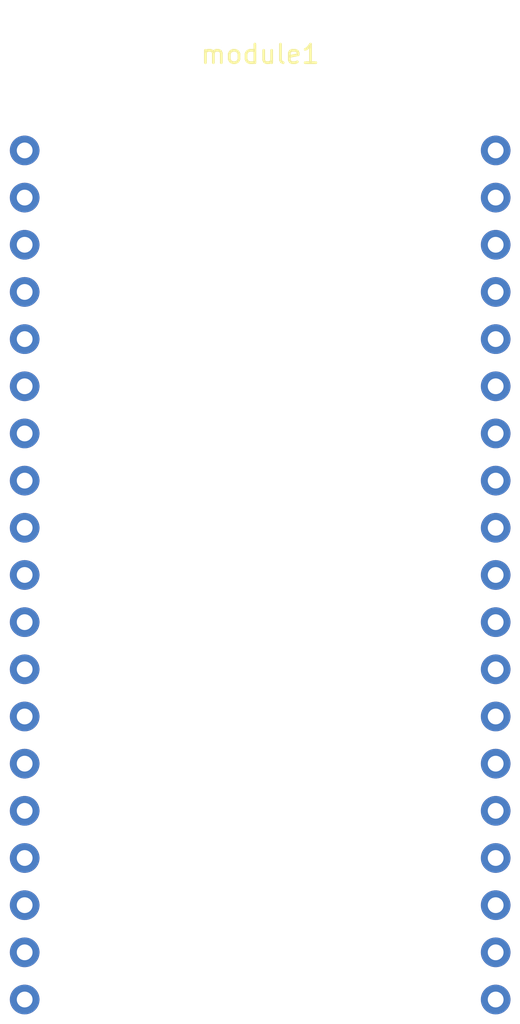
<source format=kicad_pcb>
(kicad_pcb (version 20171130) (host pcbnew "(5.1.6)-1")

  (general
    (thickness 1.6)
    (drawings 0)
    (tracks 0)
    (zones 0)
    (modules 1)
    (nets 39)
  )

  (page A4)
  (layers
    (0 F.Cu signal)
    (31 B.Cu signal)
    (32 B.Adhes user)
    (33 F.Adhes user)
    (34 B.Paste user)
    (35 F.Paste user)
    (36 B.SilkS user)
    (37 F.SilkS user)
    (38 B.Mask user)
    (39 F.Mask user)
    (40 Dwgs.User user)
    (41 Cmts.User user)
    (42 Eco1.User user)
    (43 Eco2.User user)
    (44 Edge.Cuts user)
    (45 Margin user)
    (46 B.CrtYd user)
    (47 F.CrtYd user)
    (48 B.Fab user)
    (49 F.Fab user)
  )

  (setup
    (last_trace_width 0.25)
    (trace_clearance 0.2)
    (zone_clearance 0.508)
    (zone_45_only no)
    (trace_min 0.2)
    (via_size 0.8)
    (via_drill 0.4)
    (via_min_size 0.4)
    (via_min_drill 0.3)
    (uvia_size 0.3)
    (uvia_drill 0.1)
    (uvias_allowed no)
    (uvia_min_size 0.2)
    (uvia_min_drill 0.1)
    (edge_width 0.05)
    (segment_width 0.2)
    (pcb_text_width 0.3)
    (pcb_text_size 1.5 1.5)
    (mod_edge_width 0.12)
    (mod_text_size 1 1)
    (mod_text_width 0.15)
    (pad_size 1.524 1.524)
    (pad_drill 0.762)
    (pad_to_mask_clearance 0.05)
    (aux_axis_origin 0 0)
    (visible_elements FFFFFF7F)
    (pcbplotparams
      (layerselection 0x010fc_ffffffff)
      (usegerberextensions false)
      (usegerberattributes true)
      (usegerberadvancedattributes true)
      (creategerberjobfile true)
      (excludeedgelayer true)
      (linewidth 0.100000)
      (plotframeref false)
      (viasonmask false)
      (mode 1)
      (useauxorigin false)
      (hpglpennumber 1)
      (hpglpenspeed 20)
      (hpglpendiameter 15.000000)
      (psnegative false)
      (psa4output false)
      (plotreference true)
      (plotvalue true)
      (plotinvisibletext false)
      (padsonsilk false)
      (subtractmaskfromsilk false)
      (outputformat 1)
      (mirror false)
      (drillshape 1)
      (scaleselection 1)
      (outputdirectory ""))
  )

  (net 0 "")
  (net 1 "Net-(module1-Pad38)")
  (net 2 "Net-(module1-Pad37)")
  (net 3 "Net-(module1-Pad36)")
  (net 4 "Net-(module1-Pad35)")
  (net 5 "Net-(module1-Pad34)")
  (net 6 "Net-(module1-Pad33)")
  (net 7 "Net-(module1-Pad32)")
  (net 8 "Net-(module1-Pad31)")
  (net 9 "Net-(module1-Pad30)")
  (net 10 "Net-(module1-Pad29)")
  (net 11 "Net-(module1-Pad28)")
  (net 12 "Net-(module1-Pad27)")
  (net 13 "Net-(module1-Pad26)")
  (net 14 "Net-(module1-Pad25)")
  (net 15 "Net-(module1-Pad24)")
  (net 16 "Net-(module1-Pad23)")
  (net 17 "Net-(module1-Pad22)")
  (net 18 "Net-(module1-Pad21)")
  (net 19 "Net-(module1-Pad20)")
  (net 20 "Net-(module1-Pad19)")
  (net 21 "Net-(module1-Pad18)")
  (net 22 "Net-(module1-Pad17)")
  (net 23 "Net-(module1-Pad16)")
  (net 24 "Net-(module1-Pad15)")
  (net 25 "Net-(module1-Pad14)")
  (net 26 "Net-(module1-Pad13)")
  (net 27 "Net-(module1-Pad12)")
  (net 28 "Net-(module1-Pad11)")
  (net 29 "Net-(module1-Pad10)")
  (net 30 "Net-(module1-Pad9)")
  (net 31 "Net-(module1-Pad8)")
  (net 32 "Net-(module1-Pad7)")
  (net 33 "Net-(module1-Pad6)")
  (net 34 "Net-(module1-Pad5)")
  (net 35 "Net-(module1-Pad4)")
  (net 36 "Net-(module1-Pad3)")
  (net 37 "Net-(module1-Pad2)")
  (net 38 "Net-(module1-Pad1)")

  (net_class Default "This is the default net class."
    (clearance 0.2)
    (trace_width 0.25)
    (via_dia 0.8)
    (via_drill 0.4)
    (uvia_dia 0.3)
    (uvia_drill 0.1)
    (add_net "Net-(module1-Pad1)")
    (add_net "Net-(module1-Pad10)")
    (add_net "Net-(module1-Pad11)")
    (add_net "Net-(module1-Pad12)")
    (add_net "Net-(module1-Pad13)")
    (add_net "Net-(module1-Pad14)")
    (add_net "Net-(module1-Pad15)")
    (add_net "Net-(module1-Pad16)")
    (add_net "Net-(module1-Pad17)")
    (add_net "Net-(module1-Pad18)")
    (add_net "Net-(module1-Pad19)")
    (add_net "Net-(module1-Pad2)")
    (add_net "Net-(module1-Pad20)")
    (add_net "Net-(module1-Pad21)")
    (add_net "Net-(module1-Pad22)")
    (add_net "Net-(module1-Pad23)")
    (add_net "Net-(module1-Pad24)")
    (add_net "Net-(module1-Pad25)")
    (add_net "Net-(module1-Pad26)")
    (add_net "Net-(module1-Pad27)")
    (add_net "Net-(module1-Pad28)")
    (add_net "Net-(module1-Pad29)")
    (add_net "Net-(module1-Pad3)")
    (add_net "Net-(module1-Pad30)")
    (add_net "Net-(module1-Pad31)")
    (add_net "Net-(module1-Pad32)")
    (add_net "Net-(module1-Pad33)")
    (add_net "Net-(module1-Pad34)")
    (add_net "Net-(module1-Pad35)")
    (add_net "Net-(module1-Pad36)")
    (add_net "Net-(module1-Pad37)")
    (add_net "Net-(module1-Pad38)")
    (add_net "Net-(module1-Pad4)")
    (add_net "Net-(module1-Pad5)")
    (add_net "Net-(module1-Pad6)")
    (add_net "Net-(module1-Pad7)")
    (add_net "Net-(module1-Pad8)")
    (add_net "Net-(module1-Pad9)")
  )

  (module eMKa_ESP32:ESP32-DEVKITC-32D (layer F.Cu) (tedit 5FAD529A) (tstamp 5FADCEAF)
    (at 147.5 95)
    (path /5FADA0B6)
    (fp_text reference module1 (at 0 -28.04) (layer F.SilkS)
      (effects (font (size 1 1) (thickness 0.15)))
    )
    (fp_text value ESP32-DEVKITC-32D (at 0 -29.83) (layer F.Fab)
      (effects (font (size 1 1) (thickness 0.15)))
    )
    (fp_line (start -13.97 -24.13) (end -13.97 24.13) (layer F.CrtYd) (width 0.12))
    (fp_line (start -13.97 24.13) (end -11.43 24.13) (layer F.CrtYd) (width 0.12))
    (fp_line (start -11.43 24.13) (end -11.43 -24.13) (layer F.CrtYd) (width 0.12))
    (fp_line (start -11.43 -24.13) (end -13.97 -24.13) (layer F.CrtYd) (width 0.12))
    (fp_line (start 11.43 -24.13) (end 13.97 -24.13) (layer F.CrtYd) (width 0.12))
    (fp_line (start 13.97 -24.13) (end 13.97 24.13) (layer F.CrtYd) (width 0.12))
    (fp_line (start 13.97 24.13) (end 11.43 24.13) (layer F.CrtYd) (width 0.12))
    (fp_line (start 11.43 24.13) (end 11.43 -24.13) (layer F.CrtYd) (width 0.12))
    (fp_line (start -13.95 -24.1) (end -9 -24.1) (layer F.Fab) (width 0.12))
    (fp_line (start -9 -24.1) (end -9 -30.9) (layer F.Fab) (width 0.12))
    (fp_line (start -9 -30.9) (end 9 -30.9) (layer F.Fab) (width 0.12))
    (fp_line (start 9 -30.9) (end 9 -24.1) (layer F.Fab) (width 0.12))
    (fp_line (start 9 -24.1) (end 13.95 -24.1) (layer F.Fab) (width 0.12))
    (fp_line (start 13.95 -24.1) (end 13.95 24.1) (layer F.Fab) (width 0.12))
    (fp_line (start 13.95 24.1) (end -13.95 24.1) (layer F.Fab) (width 0.12))
    (fp_line (start -13.95 24.1) (end -13.95 -24.1) (layer F.Fab) (width 0.12))
    (pad 38 thru_hole circle (at 12.7 -22.86) (size 1.6 1.6) (drill 0.85) (layers *.Cu *.Mask)
      (net 1 "Net-(module1-Pad38)"))
    (pad 37 thru_hole circle (at 12.7 -20.32) (size 1.6 1.6) (drill 0.85) (layers *.Cu *.Mask)
      (net 2 "Net-(module1-Pad37)"))
    (pad 36 thru_hole circle (at 12.7 -17.78) (size 1.6 1.6) (drill 0.85) (layers *.Cu *.Mask)
      (net 3 "Net-(module1-Pad36)"))
    (pad 35 thru_hole circle (at 12.7 -15.24) (size 1.6 1.6) (drill 0.85) (layers *.Cu *.Mask)
      (net 4 "Net-(module1-Pad35)"))
    (pad 34 thru_hole circle (at 12.7 -12.7) (size 1.6 1.6) (drill 0.85) (layers *.Cu *.Mask)
      (net 5 "Net-(module1-Pad34)"))
    (pad 33 thru_hole circle (at 12.7 -10.16) (size 1.6 1.6) (drill 0.85) (layers *.Cu *.Mask)
      (net 6 "Net-(module1-Pad33)"))
    (pad 32 thru_hole circle (at 12.7 -7.62) (size 1.6 1.6) (drill 0.85) (layers *.Cu *.Mask)
      (net 7 "Net-(module1-Pad32)"))
    (pad 31 thru_hole circle (at 12.7 -5.08) (size 1.6 1.6) (drill 0.85) (layers *.Cu *.Mask)
      (net 8 "Net-(module1-Pad31)"))
    (pad 30 thru_hole circle (at 12.7 -2.54) (size 1.6 1.6) (drill 0.85) (layers *.Cu *.Mask)
      (net 9 "Net-(module1-Pad30)"))
    (pad 29 thru_hole circle (at 12.7 0) (size 1.6 1.6) (drill 0.85) (layers *.Cu *.Mask)
      (net 10 "Net-(module1-Pad29)"))
    (pad 28 thru_hole circle (at 12.7 2.54) (size 1.6 1.6) (drill 0.85) (layers *.Cu *.Mask)
      (net 11 "Net-(module1-Pad28)"))
    (pad 27 thru_hole circle (at 12.7 5.08) (size 1.6 1.6) (drill 0.85) (layers *.Cu *.Mask)
      (net 12 "Net-(module1-Pad27)"))
    (pad 26 thru_hole circle (at 12.7 7.62) (size 1.6 1.6) (drill 0.85) (layers *.Cu *.Mask)
      (net 13 "Net-(module1-Pad26)"))
    (pad 25 thru_hole circle (at 12.7 10.16) (size 1.6 1.6) (drill 0.85) (layers *.Cu *.Mask)
      (net 14 "Net-(module1-Pad25)"))
    (pad 24 thru_hole circle (at 12.7 12.7) (size 1.6 1.6) (drill 0.85) (layers *.Cu *.Mask)
      (net 15 "Net-(module1-Pad24)"))
    (pad 23 thru_hole circle (at 12.7 15.24) (size 1.6 1.6) (drill 0.85) (layers *.Cu *.Mask)
      (net 16 "Net-(module1-Pad23)"))
    (pad 22 thru_hole circle (at 12.7 17.78) (size 1.6 1.6) (drill 0.85) (layers *.Cu *.Mask)
      (net 17 "Net-(module1-Pad22)"))
    (pad 21 thru_hole circle (at 12.7 20.32) (size 1.6 1.6) (drill 0.85) (layers *.Cu *.Mask)
      (net 18 "Net-(module1-Pad21)"))
    (pad 20 thru_hole circle (at 12.7 22.86) (size 1.6 1.6) (drill 0.85) (layers *.Cu *.Mask)
      (net 19 "Net-(module1-Pad20)"))
    (pad 19 thru_hole circle (at -12.7 22.86) (size 1.6 1.6) (drill 0.85) (layers *.Cu *.Mask)
      (net 20 "Net-(module1-Pad19)"))
    (pad 18 thru_hole circle (at -12.7 20.32) (size 1.6 1.6) (drill 0.85) (layers *.Cu *.Mask)
      (net 21 "Net-(module1-Pad18)"))
    (pad 17 thru_hole circle (at -12.7 17.78) (size 1.6 1.6) (drill 0.85) (layers *.Cu *.Mask)
      (net 22 "Net-(module1-Pad17)"))
    (pad 16 thru_hole circle (at -12.7 15.24) (size 1.6 1.6) (drill 0.85) (layers *.Cu *.Mask)
      (net 23 "Net-(module1-Pad16)"))
    (pad 15 thru_hole circle (at -12.7 12.7) (size 1.6 1.6) (drill 0.85) (layers *.Cu *.Mask)
      (net 24 "Net-(module1-Pad15)"))
    (pad 14 thru_hole circle (at -12.7 10.16) (size 1.6 1.6) (drill 0.85) (layers *.Cu *.Mask)
      (net 25 "Net-(module1-Pad14)"))
    (pad 13 thru_hole circle (at -12.7 7.62) (size 1.6 1.6) (drill 0.85) (layers *.Cu *.Mask)
      (net 26 "Net-(module1-Pad13)"))
    (pad 12 thru_hole circle (at -12.7 5.08) (size 1.6 1.6) (drill 0.85) (layers *.Cu *.Mask)
      (net 27 "Net-(module1-Pad12)"))
    (pad 11 thru_hole circle (at -12.7 2.54) (size 1.6 1.6) (drill 0.85) (layers *.Cu *.Mask)
      (net 28 "Net-(module1-Pad11)"))
    (pad 10 thru_hole circle (at -12.7 0) (size 1.6 1.6) (drill 0.85) (layers *.Cu *.Mask)
      (net 29 "Net-(module1-Pad10)"))
    (pad 9 thru_hole circle (at -12.7 -2.54) (size 1.6 1.6) (drill 0.85) (layers *.Cu *.Mask)
      (net 30 "Net-(module1-Pad9)"))
    (pad 8 thru_hole circle (at -12.7 -5.08) (size 1.6 1.6) (drill 0.85) (layers *.Cu *.Mask)
      (net 31 "Net-(module1-Pad8)"))
    (pad 7 thru_hole circle (at -12.7 -7.62) (size 1.6 1.6) (drill 0.85) (layers *.Cu *.Mask)
      (net 32 "Net-(module1-Pad7)"))
    (pad 6 thru_hole circle (at -12.7 -10.16) (size 1.6 1.6) (drill 0.85) (layers *.Cu *.Mask)
      (net 33 "Net-(module1-Pad6)"))
    (pad 5 thru_hole circle (at -12.7 -12.7) (size 1.6 1.6) (drill 0.85) (layers *.Cu *.Mask)
      (net 34 "Net-(module1-Pad5)"))
    (pad 4 thru_hole circle (at -12.7 -15.24) (size 1.6 1.6) (drill 0.85) (layers *.Cu *.Mask)
      (net 35 "Net-(module1-Pad4)"))
    (pad 3 thru_hole circle (at -12.7 -17.78) (size 1.6 1.6) (drill 0.85) (layers *.Cu *.Mask)
      (net 36 "Net-(module1-Pad3)"))
    (pad 2 thru_hole circle (at -12.7 -20.32) (size 1.6 1.6) (drill 0.85) (layers *.Cu *.Mask)
      (net 37 "Net-(module1-Pad2)"))
    (pad 1 thru_hole circle (at -12.7 -22.86) (size 1.6 1.6) (drill 0.85) (layers *.Cu *.Mask)
      (net 38 "Net-(module1-Pad1)"))
  )

)

</source>
